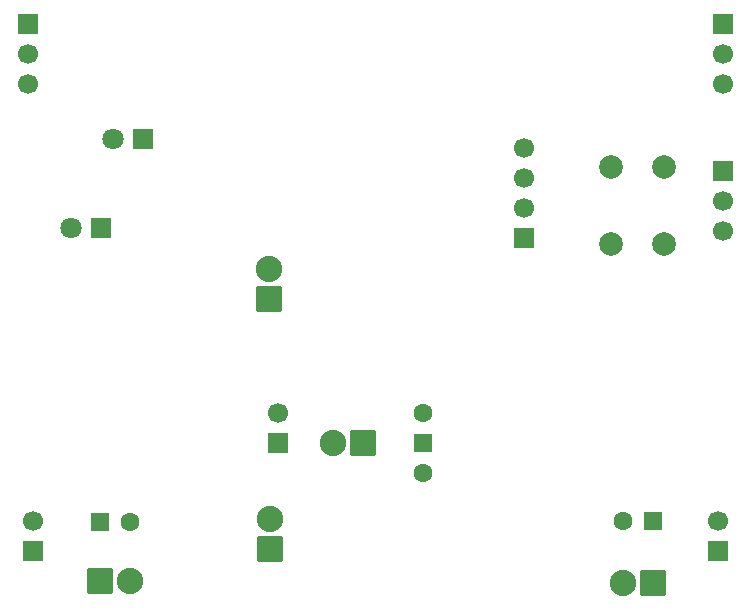
<source format=gbr>
%TF.GenerationSoftware,KiCad,Pcbnew,9.0.4*%
%TF.CreationDate,2025-09-05T01:37:03+09:00*%
%TF.ProjectId,ltr,6c74722e-6b69-4636-9164-5f7063625858,rev?*%
%TF.SameCoordinates,Original*%
%TF.FileFunction,Soldermask,Bot*%
%TF.FilePolarity,Negative*%
%FSLAX46Y46*%
G04 Gerber Fmt 4.6, Leading zero omitted, Abs format (unit mm)*
G04 Created by KiCad (PCBNEW 9.0.4) date 2025-09-05 01:37:03*
%MOMM*%
%LPD*%
G01*
G04 APERTURE LIST*
G04 Aperture macros list*
%AMRoundRect*
0 Rectangle with rounded corners*
0 $1 Rounding radius*
0 $2 $3 $4 $5 $6 $7 $8 $9 X,Y pos of 4 corners*
0 Add a 4 corners polygon primitive as box body*
4,1,4,$2,$3,$4,$5,$6,$7,$8,$9,$2,$3,0*
0 Add four circle primitives for the rounded corners*
1,1,$1+$1,$2,$3*
1,1,$1+$1,$4,$5*
1,1,$1+$1,$6,$7*
1,1,$1+$1,$8,$9*
0 Add four rect primitives between the rounded corners*
20,1,$1+$1,$2,$3,$4,$5,0*
20,1,$1+$1,$4,$5,$6,$7,0*
20,1,$1+$1,$6,$7,$8,$9,0*
20,1,$1+$1,$8,$9,$2,$3,0*%
G04 Aperture macros list end*
%ADD10RoundRect,0.250000X0.870000X-0.870000X0.870000X0.870000X-0.870000X0.870000X-0.870000X-0.870000X0*%
%ADD11C,2.240000*%
%ADD12R,1.700000X1.700000*%
%ADD13C,1.700000*%
%ADD14R,1.800000X1.800000*%
%ADD15C,1.800000*%
%ADD16RoundRect,0.250000X-0.870000X-0.870000X0.870000X-0.870000X0.870000X0.870000X-0.870000X0.870000X0*%
%ADD17R,1.500000X1.500000*%
%ADD18C,1.600000*%
%ADD19RoundRect,0.250000X0.870000X0.870000X-0.870000X0.870000X-0.870000X-0.870000X0.870000X-0.870000X0*%
%ADD20RoundRect,0.250000X0.550000X0.550000X-0.550000X0.550000X-0.550000X-0.550000X0.550000X-0.550000X0*%
%ADD21RoundRect,0.250000X-0.550000X-0.550000X0.550000X-0.550000X0.550000X0.550000X-0.550000X0.550000X0*%
%ADD22C,2.000000*%
G04 APERTURE END LIST*
D10*
%TO.C,D7*%
X23100000Y-47990000D03*
D11*
X23100000Y-45450000D03*
%TD*%
D12*
%TO.C,J3*%
X3000000Y-48140000D03*
D13*
X3000000Y-45600000D03*
%TD*%
D14*
%TO.C,Q3*%
X8770000Y-20755000D03*
D15*
X6230000Y-20755000D03*
%TD*%
D12*
%TO.C,J1*%
X2575000Y-3525000D03*
D13*
X2575000Y-6065000D03*
X2575000Y-8605000D03*
%TD*%
D12*
%TO.C,J4*%
X61000000Y-48090000D03*
D13*
X61000000Y-45550000D03*
%TD*%
D16*
%TO.C,D1*%
X8660000Y-50700000D03*
D11*
X11200000Y-50700000D03*
%TD*%
D17*
%TO.C,SW1*%
X36000000Y-39000000D03*
D18*
X36000000Y-36460000D03*
X36000000Y-41540000D03*
%TD*%
D12*
%TO.C,J11*%
X61450000Y-15975000D03*
D13*
X61450000Y-18515000D03*
X61450000Y-21055000D03*
%TD*%
D19*
%TO.C,D5*%
X30930000Y-39000000D03*
D11*
X28390000Y-39000000D03*
%TD*%
D20*
%TO.C,D4*%
X55500000Y-45600000D03*
D18*
X52960000Y-45600000D03*
%TD*%
D19*
%TO.C,D3*%
X55490000Y-50850000D03*
D11*
X52950000Y-50850000D03*
%TD*%
D21*
%TO.C,D2*%
X8650000Y-45650000D03*
D18*
X11190000Y-45650000D03*
%TD*%
D14*
%TO.C,D8*%
X12275000Y-13205000D03*
D15*
X9735000Y-13205000D03*
%TD*%
D22*
%TO.C,SW2*%
X51950000Y-22150000D03*
X51950000Y-15650000D03*
X56450000Y-22150000D03*
X56450000Y-15650000D03*
%TD*%
D12*
%TO.C,J5*%
X23750000Y-38975000D03*
D13*
X23750000Y-36435000D03*
%TD*%
D10*
%TO.C,D6*%
X23025000Y-26765000D03*
D11*
X23025000Y-24225000D03*
%TD*%
D12*
%TO.C,J6*%
X44600000Y-21660000D03*
D13*
X44600000Y-19120000D03*
X44600000Y-16580000D03*
X44600000Y-14040000D03*
%TD*%
D12*
%TO.C,J2*%
X61425000Y-3525000D03*
D13*
X61425000Y-6065000D03*
X61425000Y-8605000D03*
%TD*%
M02*

</source>
